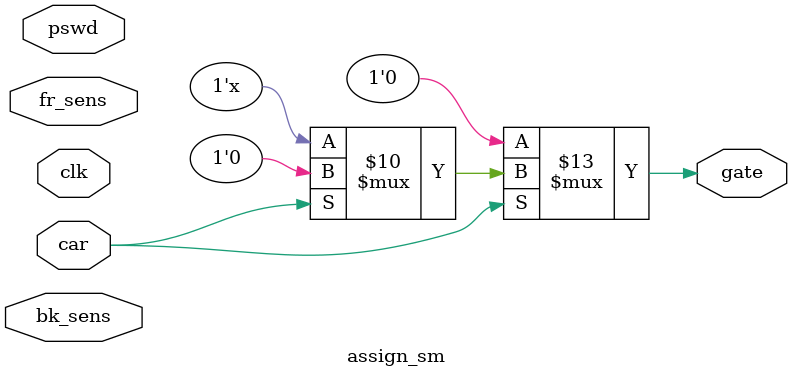
<source format=v>
module assign_sm_test;

reg clk;
reg car;
reg fr_sens,bk_sens;
reg [7:0]pswd;
wire gate;

assign_sm a(gate,fr_sens,bk_sens,pswd,clk,car);
initial clk=1'b0;
always #1 clk=~clk;
initial 
begin

$display("0: closed gate_____ 1: Opened gate");
#2
car=1;
#2
fr_sens=1;pswd=8'dx;bk_sens=0;
#2
fr_sens=0;pswd=8'd194;bk_sens=0;
#2
fr_sens=0;pswd=8'dx;bk_sens=1;
#2
fr_sens=0;pswd=8'dx;bk_sens=0;
#20
$display("Gate status=%d",gate);

#2
car=1;
#2
fr_sens=1;pswd=8'dx;bk_sens=0;
#2
fr_sens=0;pswd=8'd255;bk_sens=0;
#2
fr_sens=0;pswd=8'dx;bk_sens=1;
#2
fr_sens=0;pswd=8'dx;bk_sens=0;
#20
$display("Gate status=%d",gate);


#2
car=0;
#2
fr_sens=0;pswd=8'dx;bk_sens=0;
#2
fr_sens=0;pswd=8'd194;bk_sens=0;
#2
fr_sens=0;pswd=8'dx;bk_sens=0;
#2
fr_sens=0;pswd=8'dx;bk_sens=0;
#20
$display("Gate status=%d",gate);
/*fr_sens=1;pswd=8'd250;bk_sens=0;
#20
$display("Gate status=%d",gate);*/


/*fr_sens=1;bk_sens=1;pswd=8'd253;
#20
$display("RESULT=%d",gate);

fr_sens=1;bk_sens=1;pswd=8'd194;
#20
$display("RESULT=%d",gate);

fr_sens=1;bk_sens=1;pswd=8'd100;
#20
$display("RESULT=%d",gate);*/
end
endmodule



module assign_sm(gate,fr_sens,bk_sens,pswd,clk,car);

input clk;
input car;
input fr_sens,bk_sens;
input [7:0]pswd;
output reg gate;
reg flag;
parameter s0=3'b000, s1=3'b001 , s2=3'b010;
reg [1:0]state;
always@(*)
begin
if(car==1)
begin
	case(state)
	s0: begin
		if(fr_sens==1)
	
		state<= s1;
		else
begin
		gate=0;
		state<=s0;
end 
	    end

	s1: begin
		if( pswd==8'd253)
		begin
		
		gate=1;		
		state<=s2;
		end
		else
		begin
		gate=0;
		state<=s1;
		end	
		end

	s2: begin
		if(bk_sens==1)
		begin
		//gate=1;
		state<=s0;
		end
		else
		begin
		//gate=0;
		state<=s2;
		end
		end

	default: begin gate=0; state<=s0; end
	endcase
end

 else
	begin
	gate=0;
	end
end

endmodule
			



</source>
